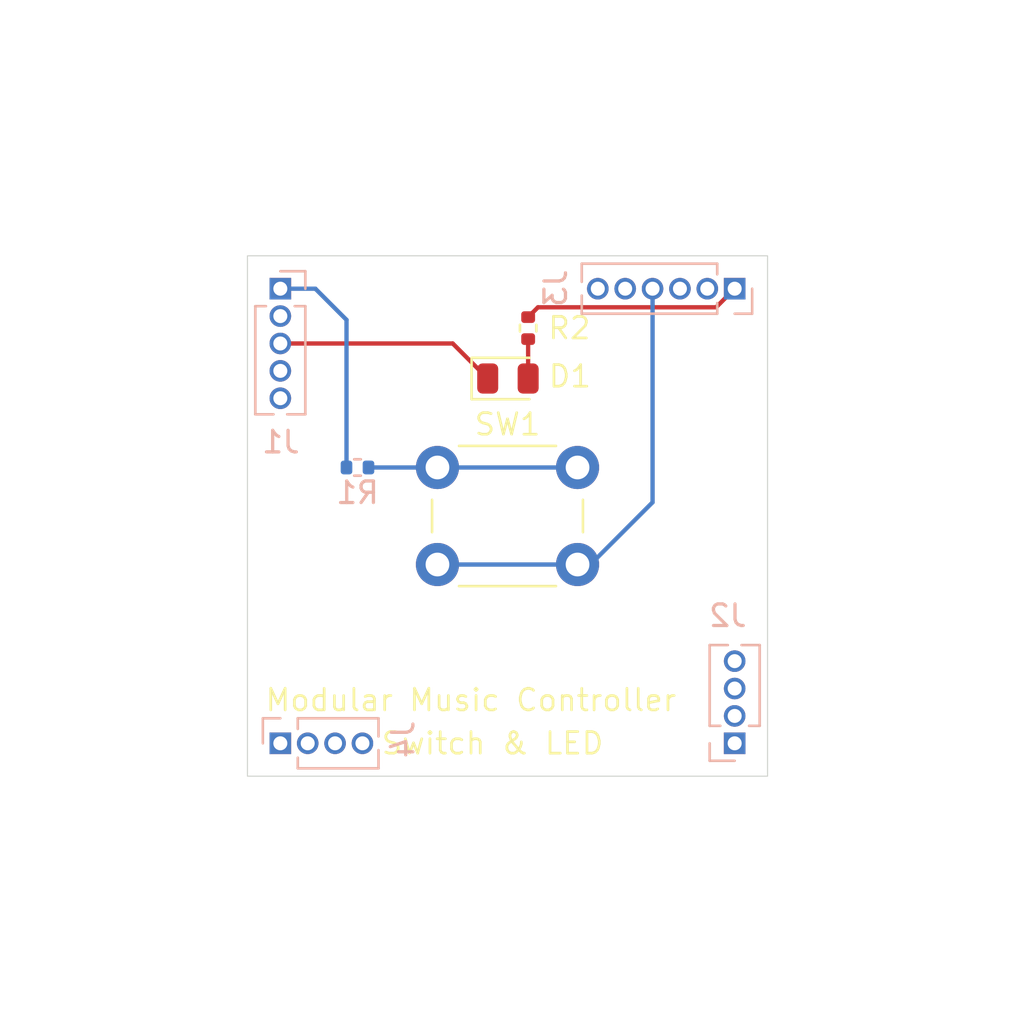
<source format=kicad_pcb>
(kicad_pcb (version 20241229) (generator "pcbnew") (generator_version "9.0")
  (title_block (title "Modular Music Controller / Block / One Switch") (date "2025-12-03") (rev "1"))
  (layers (0 "F.Cu" signal) (2 "B.Cu" signal) (13 "F.Paste" user) (15 "B.Paste" user) (5 "F.SilkS" user "F.Silkscreen") (7 "B.SilkS" user "B.Silkscreen") (1 "F.Mask" user) (3 "B.Mask" user) (25 "Edge.Cuts" user))
  (net 0 "")
  (net 1 "GND")
  (net 2 "Net-(D1-A)")
  (net 3 "/SlotBus.Clock")
  (net 4 "/AREF")
  (net 5 "/+3.3V Digital")
  (net 6 "/SlotBus.Data")
  (net 7 "/Addr3")
  (net 8 "/Addr0")
  (net 9 "/Addr1")
  (net 10 "/Addr2")
  (net 11 "/B")
  (net 12 "/C")
  (net 13 "/LED")
  (net 14 "/A1")
  (net 15 "/A")
  (net 16 "/A0")
  (net 17 "/Typ3")
  (net 18 "/Typ0")
  (net 19 "/Typ1")
  (net 20 "/Typ2")
  (net 21 "Net-(R1-Pad2)")
  (footprint "LED_SMD:LED_0805_2012Metric" (layer "F.Cu") (at 139.085 107.2896)
    (property "Reference" "D1" (at 2.8725 -0.1016 0) (layer "F.SilkS") (effects (font (thickness 0.125))))
    (property "Value" "LED")
    (fp_line (start -1.685 -0.96) (end -1.685 0.96) (stroke (width 0.12)) (layer "F.SilkS"))
    (fp_line (start -1.685 0.96) (end 1 0.96) (stroke (width 0.12)) (layer "F.SilkS"))
    (fp_line (start 1 -0.96) (end -1.685 -0.96) (stroke (width 0.12)) (layer "F.SilkS"))
    (pad "1" smd roundrect (at -0.9375 0) (size 0.975 1.4) (layers "F.Cu" "F.Mask" "F.Paste") (net 1 "GND"))
    (pad "2" smd roundrect (at 0.9375 0) (size 0.975 1.4) (layers "F.Cu" "F.Mask" "F.Paste") (net 2 "Net-(D1-A)"))
  )
  (footprint "Resistor_SMD:R_0402_1005Metric" (layer "F.Cu") (at 140.0225 104.9528 -90)
    (property "Reference" "R2" (at 0 -1.9127 180) (layer "F.SilkS") (effects (font (thickness 0.125))))
    (property "Value" "1k")
    (fp_line (start -0.153641 0.38) (end 0.153641 0.38) (stroke (width 0.12)) (layer "F.SilkS"))
    (fp_line (start -0.153641 -0.38) (end 0.153641 -0.38) (stroke (width 0.12)) (layer "F.SilkS"))
    (pad "1" smd roundrect (at -0.51 0 270) (size 0.54 0.64) (layers "F.Cu" "F.Mask" "F.Paste") (net 13 "/LED"))
    (pad "2" smd roundrect (at 0.51 0 270) (size 0.54 0.64) (layers "F.Cu" "F.Mask" "F.Paste") (net 2 "Net-(D1-A)"))
  )
  (footprint "Button_Switch_THT:SW_PUSH_6mm" (layer "F.Cu") (at 135.815 111.415)
    (property "Reference" "SW1" (at 3.25 -2 0) (layer "F.SilkS") (effects (font (thickness 0.125))))
    (property "Value" "SW_Push")
    (fp_line (start -0.25 1.5) (end -0.25 3) (stroke (width 0.12)) (layer "F.SilkS"))
    (fp_line (start 1 5.5) (end 5.5 5.5) (stroke (width 0.12)) (layer "F.SilkS"))
    (fp_line (start 5.5 -1) (end 1 -1) (stroke (width 0.12)) (layer "F.SilkS"))
    (fp_line (start 6.75 3) (end 6.75 1.5) (stroke (width 0.12)) (layer "F.SilkS"))
    (pad "1" thru_hole circle (at 0 0 90) (size 2 2) (drill 1.1) (layers "*.Cu" "*.Mask") (net 21 "Net-(R1-Pad2)"))
    (pad "1" thru_hole circle (at 6.5 0 90) (size 2 2) (drill 1.1) (layers "*.Cu" "*.Mask") (net 21 "Net-(R1-Pad2)"))
    (pad "2" thru_hole circle (at 0 4.5 90) (size 2 2) (drill 1.1) (layers "*.Cu" "*.Mask") (net 15 "/A"))
    (pad "2" thru_hole circle (at 6.5 4.5 90) (size 2 2) (drill 1.1) (layers "*.Cu" "*.Mask") (net 15 "/A"))
  )
  (footprint "Connector_PinHeader_1.27mm:PinHeader_1x04_P1.27mm_Vertical" (layer "B.Cu") (at 128.525 124.205 -90)
    (property "Reference" "J4" (at -0.1778 -5.6956 90) (layer "B.SilkS") (effects (justify mirror)))
    (property "Value" "Samtec MTMS-104-02-T-S-100")
    (fp_line (start -1.16 0.81) (end 0 0.81) (stroke (width 0.12)) (layer "B.SilkS"))
    (fp_line (start -1.16 0) (end -1.16 0.81) (stroke (width 0.12)) (layer "B.SilkS"))
    (fp_line (start -1.16 -0.81) (end -0.666708 -0.81) (stroke (width 0.12)) (layer "B.SilkS"))
    (fp_line (start -1.16 -0.81) (end -1.16 -4.555) (stroke (width 0.12)) (layer "B.SilkS"))
    (fp_line (start 0.666708 -0.81) (end 1.16 -0.81) (stroke (width 0.12)) (layer "B.SilkS"))
    (fp_line (start 1.16 -0.81) (end 1.16 -4.555) (stroke (width 0.12)) (layer "B.SilkS"))
    (fp_line (start -1.16 -4.555) (end -0.317923 -4.555) (stroke (width 0.12)) (layer "B.SilkS"))
    (fp_line (start 0.317923 -4.555) (end 1.16 -4.555) (stroke (width 0.12)) (layer "B.SilkS"))
    (pad "1" thru_hole rect (at 0 0 270) (size 1 1) (drill 0.65) (layers "*.Cu" "*.Mask") (net 18 "/Typ0"))
    (pad "2" thru_hole circle (at 0 -1.27 270) (size 1 1) (drill 0.65) (layers "*.Cu" "*.Mask") (net 19 "/Typ1"))
    (pad "3" thru_hole circle (at 0 -2.54 270) (size 1 1) (drill 0.65) (layers "*.Cu" "*.Mask") (net 20 "/Typ2"))
    (pad "4" thru_hole circle (at 0 -3.81 270) (size 1 1) (drill 0.65) (layers "*.Cu" "*.Mask") (net 17 "/Typ3"))
  )
  (footprint "Resistor_SMD:R_0402_1005Metric" (layer "B.Cu") (at 132.1054 111.415)
    (property "Reference" "R1" (at 0 1.17 180) (layer "B.SilkS") (effects (justify mirror)))
    (property "Value" "1k")
    (fp_line (start -0.153641 -0.38) (end 0.153641 -0.38) (stroke (width 0.12)) (layer "B.SilkS"))
    (fp_line (start -0.153641 0.38) (end 0.153641 0.38) (stroke (width 0.12)) (layer "B.SilkS"))
    (pad "1" smd roundrect (at -0.51 0) (size 0.54 0.64) (layers "B.Cu" "B.Mask" "B.Paste") (net 5 "/+3.3V Digital"))
    (pad "2" smd roundrect (at 0.51 0) (size 0.54 0.64) (layers "B.Cu" "B.Mask" "B.Paste") (net 21 "Net-(R1-Pad2)"))
  )
  (footprint "Connector_PinHeader_1.27mm:PinHeader_1x04_P1.27mm_Vertical" (layer "B.Cu") (at 149.605 124.205)
    (property "Reference" "J2" (at -0.317923 -5.9182 0) (layer "B.SilkS") (effects (justify mirror)))
    (property "Value" "Samtec MTMS-104-02-T-S-100")
    (fp_line (start -1.16 -4.555) (end -0.317923 -4.555) (stroke (width 0.12)) (layer "B.SilkS"))
    (fp_line (start -1.16 -0.81) (end -1.16 -4.555) (stroke (width 0.12)) (layer "B.SilkS"))
    (fp_line (start -1.16 -0.81) (end -0.666708 -0.81) (stroke (width 0.12)) (layer "B.SilkS"))
    (fp_line (start -1.16 0) (end -1.16 0.81) (stroke (width 0.12)) (layer "B.SilkS"))
    (fp_line (start -1.16 0.81) (end 0 0.81) (stroke (width 0.12)) (layer "B.SilkS"))
    (fp_line (start 0.317923 -4.555) (end 1.16 -4.555) (stroke (width 0.12)) (layer "B.SilkS"))
    (fp_line (start 0.666708 -0.81) (end 1.16 -0.81) (stroke (width 0.12)) (layer "B.SilkS"))
    (fp_line (start 1.16 -0.81) (end 1.16 -4.555) (stroke (width 0.12)) (layer "B.SilkS"))
    (pad "1" thru_hole rect (at 0 0) (size 1 1) (drill 0.65) (layers "*.Cu" "*.Mask") (net 8 "/Addr0"))
    (pad "2" thru_hole circle (at 0 -1.27) (size 1 1) (drill 0.65) (layers "*.Cu" "*.Mask") (net 9 "/Addr1"))
    (pad "3" thru_hole circle (at 0 -2.54) (size 1 1) (drill 0.65) (layers "*.Cu" "*.Mask") (net 10 "/Addr2"))
    (pad "4" thru_hole circle (at 0 -3.81) (size 1 1) (drill 0.65) (layers "*.Cu" "*.Mask") (net 7 "/Addr3"))
  )
  (footprint "Connector_PinHeader_1.27mm:PinHeader_1x05_P1.27mm_Vertical" (layer "B.Cu") (at 128.525 103.125 180)
    (property "Reference" "J1" (at -0.0254 -7.112 180) (layer "B.SilkS") (effects (justify mirror)))
    (property "Value" "Samtec MTMS-105-02-T-S-100")
    (fp_line (start 1.16 -0.81) (end 1.16 -5.825) (stroke (width 0.12)) (layer "B.SilkS"))
    (fp_line (start 0.666708 -0.81) (end 1.16 -0.81) (stroke (width 0.12)) (layer "B.SilkS"))
    (fp_line (start 0.317923 -5.825) (end 1.16 -5.825) (stroke (width 0.12)) (layer "B.SilkS"))
    (fp_line (start -1.16 0.81) (end 0 0.81) (stroke (width 0.12)) (layer "B.SilkS"))
    (fp_line (start -1.16 0) (end -1.16 0.81) (stroke (width 0.12)) (layer "B.SilkS"))
    (fp_line (start -1.16 -0.81) (end -0.666708 -0.81) (stroke (width 0.12)) (layer "B.SilkS"))
    (fp_line (start -1.16 -0.81) (end -1.16 -5.825) (stroke (width 0.12)) (layer "B.SilkS"))
    (fp_line (start -1.16 -5.825) (end -0.317923 -5.825) (stroke (width 0.12)) (layer "B.SilkS"))
    (pad "1" thru_hole rect (at 0 0 180) (size 1 1) (drill 0.65) (layers "*.Cu" "*.Mask") (net 5 "/+3.3V Digital"))
    (pad "2" thru_hole circle (at 0 -1.27 180) (size 1 1) (drill 0.65) (layers "*.Cu" "*.Mask") (net 4 "/AREF"))
    (pad "3" thru_hole circle (at 0 -2.54 180) (size 1 1) (drill 0.65) (layers "*.Cu" "*.Mask") (net 1 "GND"))
    (pad "4" thru_hole circle (at 0 -3.81 180) (size 1 1) (drill 0.65) (layers "*.Cu" "*.Mask") (net 6 "/SlotBus.Data"))
    (pad "5" thru_hole circle (at 0 -5.08 180) (size 1 1) (drill 0.65) (layers "*.Cu" "*.Mask") (net 3 "/SlotBus.Clock"))
  )
  (footprint "Connector_PinHeader_1.27mm:PinHeader_1x06_P1.27mm_Vertical" (layer "B.Cu") (at 149.605 103.125 90)
    (property "Reference" "J3" (at 0.0254 -8.3058 90) (layer "B.SilkS") (effects (justify mirror)))
    (property "Value" "Samtec  MTMS-106-02-T-S-100")
    (fp_line (start 0.317923 -7.095) (end 1.16 -7.095) (stroke (width 0.12)) (layer "B.SilkS"))
    (fp_line (start -1.16 -7.095) (end -0.317923 -7.095) (stroke (width 0.12)) (layer "B.SilkS"))
    (fp_line (start 1.16 -0.81) (end 1.16 -7.095) (stroke (width 0.12)) (layer "B.SilkS"))
    (fp_line (start 0.666708 -0.81) (end 1.16 -0.81) (stroke (width 0.12)) (layer "B.SilkS"))
    (fp_line (start -1.16 -0.81) (end -1.16 -7.095) (stroke (width 0.12)) (layer "B.SilkS"))
    (fp_line (start -1.16 -0.81) (end -0.666708 -0.81) (stroke (width 0.12)) (layer "B.SilkS"))
    (fp_line (start -1.16 0) (end -1.16 0.81) (stroke (width 0.12)) (layer "B.SilkS"))
    (fp_line (start -1.16 0.81) (end 0 0.81) (stroke (width 0.12)) (layer "B.SilkS"))
    (pad "1" thru_hole rect (at 0 0 90) (size 1 1) (drill 0.65) (layers "*.Cu" "*.Mask") (net 13 "/LED"))
    (pad "2" thru_hole circle (at 0 -1.27 90) (size 1 1) (drill 0.65) (layers "*.Cu" "*.Mask") (net 12 "/C"))
    (pad "3" thru_hole circle (at 0 -2.54 90) (size 1 1) (drill 0.65) (layers "*.Cu" "*.Mask") (net 11 "/B"))
    (pad "4" thru_hole circle (at 0 -3.81 90) (size 1 1) (drill 0.65) (layers "*.Cu" "*.Mask") (net 15 "/A"))
    (pad "5" thru_hole circle (at 0 -5.08 90) (size 1 1) (drill 0.65) (layers "*.Cu" "*.Mask") (net 14 "/A1"))
    (pad "6" thru_hole circle (at 0 -6.35 90) (size 1 1) (drill 0.65) (layers "*.Cu" "*.Mask") (net 16 "/A0"))
  )
  (gr_rect (start 127 101.6) (end 151.13 125.73) (stroke (width 0.05)) (fill no) (layer "Edge.Cuts"))
  (gr_text "Switch & LED" (at 133.1468 124.205 0) (layer "F.SilkS") (effects (font (size 1 1) (thickness 0.125)) (justify left)))
  (gr_text "Modular Music Controller" (at 127.762 121.6152 0) (layer "F.SilkS") (effects (font (size 1 1) (thickness 0.125)) (justify left top)))
  (segment (start 138.1475 107.2896) (end 136.5229 105.665) (width 0.2) (layer "F.Cu") (net 1))
  (segment (start 136.5229 105.665) (end 128.525 105.665) (width 0.2) (layer "F.Cu") (net 1))
  (segment (start 140.0225 105.4628) (end 140.0225 107.2896) (width 0.2) (layer "F.Cu") (net 2))
  (segment (start 130.1506 103.125) (end 128.525 103.125) (width 0.2) (layer "B.Cu") (net 5))
  (segment (start 131.5954 111.415) (end 131.5954 104.5698) (width 0.2) (layer "B.Cu") (net 5))
  (segment (start 131.5954 104.5698) (end 130.1506 103.125) (width 0.2) (layer "B.Cu") (net 5))
  (segment (start 140.0225 104.4428) (end 140.4777 103.9876) (width 0.2) (layer "F.Cu") (net 13))
  (segment (start 148.7424 103.9876) (end 149.605 103.125) (width 0.2) (layer "F.Cu") (net 13))
  (segment (start 140.4777 103.9876) (end 148.7424 103.9876) (width 0.2) (layer "F.Cu") (net 13))
  (segment (start 142.315 115.915) (end 142.911 115.915) (width 0.2) (layer "B.Cu") (net 15))
  (segment (start 142.911 115.915) (end 145.795 113.031) (width 0.2) (layer "B.Cu") (net 15))
  (segment (start 142.315 115.915) (end 135.815 115.915) (width 0.2) (layer "B.Cu") (net 15))
  (segment (start 145.795 113.031) (end 145.795 103.125) (width 0.2) (layer "B.Cu") (net 15))
  (segment (start 142.315 111.415) (end 135.815 111.415) (width 0.2) (layer "B.Cu") (net 21))
  (segment (start 135.815 111.415) (end 132.6154 111.415) (width 0.2) (layer "B.Cu") (net 21))
)
</source>
